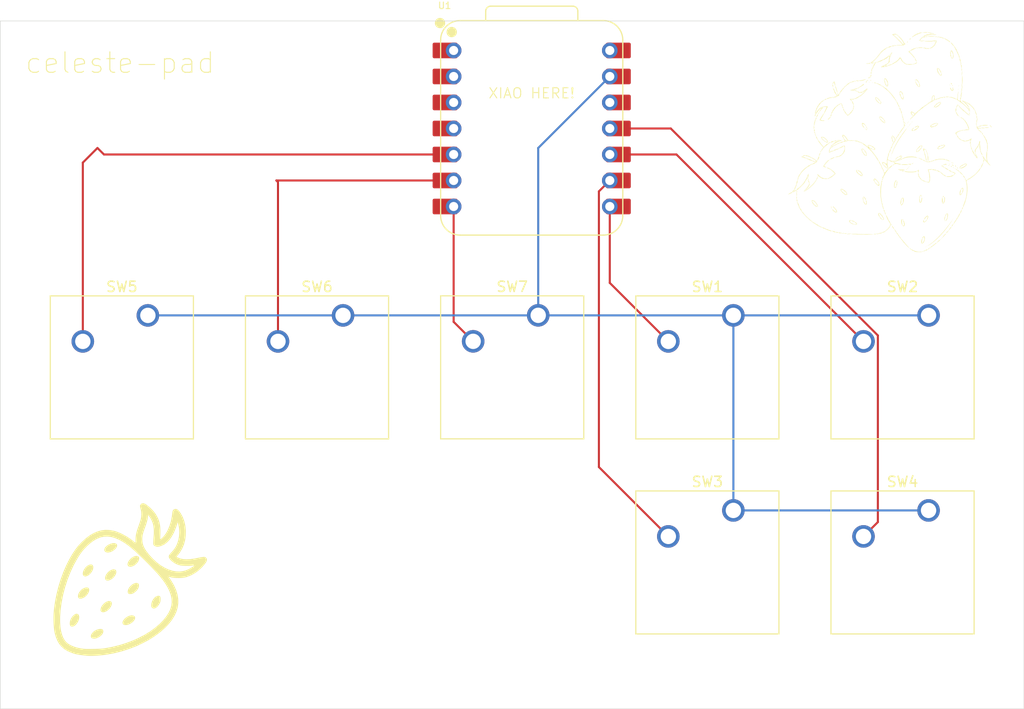
<source format=kicad_pcb>
(kicad_pcb (version 20241229) (generator "pcbnew") (generator_version "9.0")
  (layers (0 "F.Cu" signal) (2 "B.Cu" signal) (13 "F.Paste" user) (15 "B.Paste" user) (5 "F.SilkS" user "F.Silkscreen") (7 "B.SilkS" user "B.Silkscreen") (1 "F.Mask" user) (3 "B.Mask" user) (25 "Edge.Cuts" user))
  (net 0 "")
  (net 1 "GND")
  (net 2 "Net-(U1-GPIO1{slash}RX)")
  (net 3 "Net-(U1-GPIO2{slash}SCK)")
  (net 4 "Net-(U1-GPIO4{slash}MISO)")
  (net 5 "+5V")
  (net 7 "Net-(U1-GPIO3{slash}MOSI)")
  (net 8 "Net-(U1-GPIO6{slash}SDA)")
  (net 9 "Net-(U1-GPIO7{slash}SCL)")
  (net 10 "Net-(U1-GPIO0{slash}TX)")
  (footprint "Button_Switch_Keyboard:SW_Cherry_MX_1.00u_PCB" (layer "F.Cu") (at 135.89 83.02625)
    (property "Reference" "SW1" (at -2.54 -2.794 0) (layer "F.SilkS"))
    (property "Value" "SW_Push")
    (pad "" np_thru_hole circle (at -7.62 5.08) (size 1.7 1.7) (drill 1.7) (layers "*.Cu" "*.Mask"))
    (pad "" np_thru_hole circle (at -2.54 5.08) (size 4 4) (drill 4) (layers "*.Cu" "*.Mask"))
    (pad "" np_thru_hole circle (at 2.54 5.08) (size 1.7 1.7) (drill 1.7) (layers "*.Cu" "*.Mask"))
    (pad "1" thru_hole circle (at 0 0) (size 2.2 2.2) (drill 1.5) (layers "*.Cu" "*.Mask") (net 1 "GND"))
    (pad "2" thru_hole circle (at -6.35 2.54) (size 2.2 2.2) (drill 1.5) (layers "*.Cu" "*.Mask") (net 2 "Net-(U1-GPIO1{slash}RX)"))
  )
  (footprint "Button_Switch_Keyboard:SW_Cherry_MX_1.00u_PCB" (layer "F.Cu") (at 97.79 83.02625)
    (property "Reference" "SW6" (at -2.54 -2.794 0) (layer "F.SilkS"))
    (property "Value" "SW_Push")
    (pad "" np_thru_hole circle (at -7.62 5.08) (size 1.7 1.7) (drill 1.7) (layers "*.Cu" "*.Mask"))
    (pad "" np_thru_hole circle (at -2.54 5.08) (size 4 4) (drill 4) (layers "*.Cu" "*.Mask"))
    (pad "" np_thru_hole circle (at 2.54 5.08) (size 1.7 1.7) (drill 1.7) (layers "*.Cu" "*.Mask"))
    (pad "1" thru_hole circle (at 0 0) (size 2.2 2.2) (drill 1.5) (layers "*.Cu" "*.Mask") (net 1 "GND"))
    (pad "2" thru_hole circle (at -6.35 2.54) (size 2.2 2.2) (drill 1.5) (layers "*.Cu" "*.Mask") (net 9 "Net-(U1-GPIO7{slash}SCL)"))
  )
  (footprint "Button_Switch_Keyboard:SW_Cherry_MX_1.00u_PCB" (layer "F.Cu") (at 154.94 83.02625)
    (property "Reference" "SW2" (at -2.54 -2.794 0) (layer "F.SilkS"))
    (property "Value" "SW_Push")
    (pad "" np_thru_hole circle (at -7.62 5.08) (size 1.7 1.7) (drill 1.7) (layers "*.Cu" "*.Mask"))
    (pad "" np_thru_hole circle (at -2.54 5.08) (size 4 4) (drill 4) (layers "*.Cu" "*.Mask"))
    (pad "" np_thru_hole circle (at 2.54 5.08) (size 1.7 1.7) (drill 1.7) (layers "*.Cu" "*.Mask"))
    (pad "1" thru_hole circle (at 0 0) (size 2.2 2.2) (drill 1.5) (layers "*.Cu" "*.Mask") (net 1 "GND"))
    (pad "2" thru_hole circle (at -6.35 2.54) (size 2.2 2.2) (drill 1.5) (layers "*.Cu" "*.Mask") (net 4 "Net-(U1-GPIO4{slash}MISO)"))
  )
  (footprint "Button_Switch_Keyboard:SW_Cherry_MX_1.00u_PCB" (layer "F.Cu") (at 135.89 102.07625)
    (property "Reference" "SW3" (at -2.54 -2.794 0) (layer "F.SilkS"))
    (property "Value" "SW_Push")
    (pad "" np_thru_hole circle (at -7.62 5.08) (size 1.7 1.7) (drill 1.7) (layers "*.Cu" "*.Mask"))
    (pad "" np_thru_hole circle (at -2.54 5.08) (size 4 4) (drill 4) (layers "*.Cu" "*.Mask"))
    (pad "" np_thru_hole circle (at 2.54 5.08) (size 1.7 1.7) (drill 1.7) (layers "*.Cu" "*.Mask"))
    (pad "1" thru_hole circle (at 0 0) (size 2.2 2.2) (drill 1.5) (layers "*.Cu" "*.Mask") (net 1 "GND"))
    (pad "2" thru_hole circle (at -6.35 2.54) (size 2.2 2.2) (drill 1.5) (layers "*.Cu" "*.Mask") (net 3 "Net-(U1-GPIO2{slash}SCK)"))
  )
  (footprint "LOGO" (layer "F.Cu") (at 151.1 66.1)
    (property "Reference" "G***" (hide yes))
    (property "Value" "LOGO" (hide yes))
  )
  (footprint "Button_Switch_Keyboard:SW_Cherry_MX_1.00u_PCB" (layer "F.Cu") (at 154.94 102.07625)
    (property "Reference" "SW4" (at -2.54 -2.794 0) (layer "F.SilkS"))
    (property "Value" "SW_Push")
    (pad "" np_thru_hole circle (at -7.62 5.08) (size 1.7 1.7) (drill 1.7) (layers "*.Cu" "*.Mask"))
    (pad "" np_thru_hole circle (at -2.54 5.08) (size 4 4) (drill 4) (layers "*.Cu" "*.Mask"))
    (pad "" np_thru_hole circle (at 2.54 5.08) (size 1.7 1.7) (drill 1.7) (layers "*.Cu" "*.Mask"))
    (pad "1" thru_hole circle (at 0 0) (size 2.2 2.2) (drill 1.5) (layers "*.Cu" "*.Mask") (net 1 "GND"))
    (pad "2" thru_hole circle (at -6.35 2.54) (size 2.2 2.2) (drill 1.5) (layers "*.Cu" "*.Mask") (net 7 "Net-(U1-GPIO3{slash}MOSI)"))
  )
  (footprint "Button_Switch_Keyboard:SW_Cherry_MX_1.00u_PCB" (layer "F.Cu") (at 116.84 83.02)
    (property "Reference" "SW7" (at -2.54 -2.794 0) (layer "F.SilkS"))
    (property "Value" "SW_Push")
    (pad "" np_thru_hole circle (at -7.62 5.08) (size 1.7 1.7) (drill 1.7) (layers "*.Cu" "*.Mask"))
    (pad "" np_thru_hole circle (at -2.54 5.08) (size 4 4) (drill 4) (layers "*.Cu" "*.Mask"))
    (pad "" np_thru_hole circle (at 2.54 5.08) (size 1.7 1.7) (drill 1.7) (layers "*.Cu" "*.Mask"))
    (pad "1" thru_hole circle (at 0 0) (size 2.2 2.2) (drill 1.5) (layers "*.Cu" "*.Mask") (net 1 "GND"))
    (pad "2" thru_hole circle (at -6.35 2.54) (size 2.2 2.2) (drill 1.5) (layers "*.Cu" "*.Mask") (net 10 "Net-(U1-GPIO0{slash}TX)"))
  )
  (footprint "LOGO" (layer "F.Cu") (at 77 108.8)
    (property "Reference" "G***" (hide yes))
    (property "Value" "LOGO" (hide yes))
  )
  (footprint "Button_Switch_Keyboard:SW_Cherry_MX_1.00u_PCB" (layer "F.Cu") (at 78.74 83.02625)
    (property "Reference" "SW5" (at -2.54 -2.794 0) (layer "F.SilkS"))
    (property "Value" "SW_Push")
    (pad "" np_thru_hole circle (at -7.62 5.08) (size 1.7 1.7) (drill 1.7) (layers "*.Cu" "*.Mask"))
    (pad "" np_thru_hole circle (at -2.54 5.08) (size 4 4) (drill 4) (layers "*.Cu" "*.Mask"))
    (pad "" np_thru_hole circle (at 2.54 5.08) (size 1.7 1.7) (drill 1.7) (layers "*.Cu" "*.Mask"))
    (pad "1" thru_hole circle (at 0 0) (size 2.2 2.2) (drill 1.5) (layers "*.Cu" "*.Mask") (net 1 "GND"))
    (pad "2" thru_hole circle (at -6.35 2.54) (size 2.2 2.2) (drill 1.5) (layers "*.Cu" "*.Mask") (net 8 "Net-(U1-GPIO6{slash}SDA)"))
  )
  (footprint "Seeed Studio XIAO Series Library:XIAO-RP2040-DIP" (layer "F.Cu") (at 116.205 64.77)
    (property "Reference" "U1" (at -8.5 -12 0) (layer "F.SilkS") (effects (font (size 0.635 0.635) (thickness 0.1016))))
    (property "Value" "XIAO-RP2040-DIP")
    (pad "1" smd roundrect (at -8.455 -7.62 180) (size 2.432 1.524) (layers "F.Cu" "F.Mask") (roundrect_rratio 0.1))
    (pad "1" thru_hole circle (at -7.62 -7.62 180) (size 1.524 1.524) (drill 0.889) (layers "*.Cu" "*.Mask"))
    (pad "2" smd roundrect (at -8.455 -5.08 180) (size 2.432 1.524) (layers "F.Cu" "F.Mask") (roundrect_rratio 0.1))
    (pad "2" thru_hole circle (at -7.62 -5.08 180) (size 1.524 1.524) (drill 0.889) (layers "*.Cu" "*.Mask"))
    (pad "3" smd roundrect (at -8.455 -2.54 180) (size 2.432 1.524) (layers "F.Cu" "F.Mask") (roundrect_rratio 0.1))
    (pad "3" thru_hole circle (at -7.62 -2.54 180) (size 1.524 1.524) (drill 0.889) (layers "*.Cu" "*.Mask"))
    (pad "4" smd roundrect (at -8.455 0 180) (size 2.432 1.524) (layers "F.Cu" "F.Mask") (roundrect_rratio 0.1))
    (pad "4" thru_hole circle (at -7.62 0 180) (size 1.524 1.524) (drill 0.889) (layers "*.Cu" "*.Mask"))
    (pad "5" smd roundrect (at -8.455 2.54 180) (size 2.432 1.524) (layers "F.Cu" "F.Mask") (roundrect_rratio 0.1) (net 8 "Net-(U1-GPIO6{slash}SDA)"))
    (pad "5" thru_hole circle (at -7.62 2.54 180) (size 1.524 1.524) (drill 0.889) (layers "*.Cu" "*.Mask") (net 8 "Net-(U1-GPIO6{slash}SDA)"))
    (pad "6" smd roundrect (at -8.455 5.08 180) (size 2.432 1.524) (layers "F.Cu" "F.Mask") (roundrect_rratio 0.1) (net 9 "Net-(U1-GPIO7{slash}SCL)"))
    (pad "6" thru_hole circle (at -7.62 5.08 180) (size 1.524 1.524) (drill 0.889) (layers "*.Cu" "*.Mask") (net 9 "Net-(U1-GPIO7{slash}SCL)"))
    (pad "7" smd roundrect (at -8.455 7.62 180) (size 2.432 1.524) (layers "F.Cu" "F.Mask") (roundrect_rratio 0.1) (net 10 "Net-(U1-GPIO0{slash}TX)"))
    (pad "7" thru_hole circle (at -7.62 7.62 180) (size 1.524 1.524) (drill 0.889) (layers "*.Cu" "*.Mask") (net 10 "Net-(U1-GPIO0{slash}TX)"))
    (pad "8" thru_hole circle (at 7.62 7.62) (size 1.524 1.524) (drill 0.889) (layers "*.Cu" "*.Mask") (net 2 "Net-(U1-GPIO1{slash}RX)"))
    (pad "8" smd roundrect (at 8.455 7.62) (size 2.432 1.524) (layers "F.Cu" "F.Mask") (roundrect_rratio 0.1) (net 2 "Net-(U1-GPIO1{slash}RX)"))
    (pad "9" thru_hole circle (at 7.62 5.08) (size 1.524 1.524) (drill 0.889) (layers "*.Cu" "*.Mask") (net 3 "Net-(U1-GPIO2{slash}SCK)"))
    (pad "9" smd roundrect (at 8.455 5.08) (size 2.432 1.524) (layers "F.Cu" "F.Mask") (roundrect_rratio 0.1) (net 3 "Net-(U1-GPIO2{slash}SCK)"))
    (pad "10" thru_hole circle (at 7.62 2.54) (size 1.524 1.524) (drill 0.889) (layers "*.Cu" "*.Mask") (net 4 "Net-(U1-GPIO4{slash}MISO)"))
    (pad "10" smd roundrect (at 8.455 2.54) (size 2.432 1.524) (layers "F.Cu" "F.Mask") (roundrect_rratio 0.1) (net 4 "Net-(U1-GPIO4{slash}MISO)"))
    (pad "11" thru_hole circle (at 7.62 0) (size 1.524 1.524) (drill 0.889) (layers "*.Cu" "*.Mask") (net 7 "Net-(U1-GPIO3{slash}MOSI)"))
    (pad "11" smd roundrect (at 8.455 0) (size 2.432 1.524) (layers "F.Cu" "F.Mask") (roundrect_rratio 0.1) (net 7 "Net-(U1-GPIO3{slash}MOSI)"))
    (pad "12" thru_hole circle (at 7.62 -2.54) (size 1.524 1.524) (drill 0.889) (layers "*.Cu" "*.Mask"))
    (pad "12" smd roundrect (at 8.455 -2.54) (size 2.432 1.524) (layers "F.Cu" "F.Mask") (roundrect_rratio 0.1))
    (pad "13" thru_hole circle (at 7.62 -5.08) (size 1.524 1.524) (drill 0.889) (layers "*.Cu" "*.Mask") (net 1 "GND"))
    (pad "13" smd roundrect (at 8.455 -5.08) (size 2.432 1.524) (layers "F.Cu" "F.Mask") (roundrect_rratio 0.1) (net 1 "GND"))
    (pad "14" thru_hole circle (at 7.62 -7.62) (size 1.524 1.524) (drill 0.889) (layers "*.Cu" "*.Mask") (net 5 "+5V"))
    (pad "14" smd roundrect (at 8.455 -7.62) (size 2.432 1.524) (layers "F.Cu" "F.Mask") (roundrect_rratio 0.1) (net 5 "+5V"))
  )
  (gr_rect (start 64.33125 54.26875) (end 164.25 121.44375) (stroke (width 0.05)) (fill no) (layer "Edge.Cuts"))
  (gr_text "celeste-pad" (at 66.675 59.53125 0) (layer "F.SilkS") (effects (font (size 2 2) (thickness 0.1)) (justify left bottom)))
  (gr_text "XIAO HERE!" (at 111.91875 61.9125 0) (layer "F.SilkS") (effects (font (size 1 1) (thickness 0.1)) (justify left bottom)))
  (segment (start 116.84 66.675) (end 123.825 59.69) (width 0.2) (layer "B.Cu") (net 1))
  (segment (start 78.74 83.02625) (end 154.94 83.02625) (width 0.2) (layer "B.Cu") (net 1))
  (segment (start 116.84 83.02) (end 116.84 66.675) (width 0.2) (layer "B.Cu") (net 1))
  (segment (start 135.89 83.02625) (end 135.89 102.07625) (width 0.2) (layer "B.Cu") (net 1))
  (segment (start 154.94 102.07625) (end 135.89 102.07625) (width 0.2) (layer "B.Cu") (net 1))
  (segment (start 123.825 79.85125) (end 123.825 72.39) (width 0.2) (layer "F.Cu") (net 2))
  (segment (start 129.54 85.56625) (end 123.825 79.85125) (width 0.2) (layer "F.Cu") (net 2))
  (segment (start 122.762 70.913) (end 123.825 69.85) (width 0.2) (layer "F.Cu") (net 3))
  (segment (start 122.762 97.83825) (end 122.762 70.913) (width 0.2) (layer "F.Cu") (net 3))
  (segment (start 129.54 104.61625) (end 122.762 97.83825) (width 0.2) (layer "F.Cu") (net 3))
  (segment (start 130.33375 67.31) (end 123.825 67.31) (width 0.2) (layer "F.Cu") (net 4))
  (segment (start 148.59 85.56625) (end 130.33375 67.31) (width 0.2) (layer "F.Cu") (net 4))
  (segment (start 149.991 84.985936) (end 129.775064 64.77) (width 0.2) (layer "F.Cu") (net 7))
  (segment (start 148.59 104.61625) (end 149.991 103.21525) (width 0.2) (layer "F.Cu") (net 7))
  (segment (start 129.775064 64.77) (end 123.825 64.77) (width 0.2) (layer "F.Cu") (net 7))
  (segment (start 149.991 103.21525) (end 149.991 84.985936) (width 0.2) (layer "F.Cu") (net 7))
  (segment (start 72.39 68.10375) (end 73.81875 66.675) (width 0.2) (layer "F.Cu") (net 8))
  (segment (start 74.45375 67.31) (end 108.585 67.31) (width 0.2) (layer "F.Cu") (net 8))
  (segment (start 73.81875 66.675) (end 74.45375 67.31) (width 0.2) (layer "F.Cu") (net 8))
  (segment (start 72.39 85.56625) (end 72.03375 85.56625) (width 0.2) (layer "F.Cu") (net 8))
  (segment (start 72.39 85.56625) (end 72.39 68.10375) (width 0.2) (layer "F.Cu") (net 8))
  (segment (start 72.03375 85.56625) (end 72 85.6) (width 0.2) (layer "F.Cu") (net 8))
  (segment (start 91.28125 69.85) (end 108.585 69.85) (width 0.2) (layer "F.Cu") (net 9))
  (segment (start 91.44 85.56625) (end 91.44 70.00875) (width 0.2) (layer "F.Cu") (net 9))
  (segment (start 91.44 70.00875) (end 91.28125 69.85) (width 0.2) (layer "F.Cu") (net 9))
  (segment (start 110.49 85.56) (end 108.585 83.655) (width 0.2) (layer "F.Cu") (net 10))
  (segment (start 108.585 83.655) (end 108.585 72.39) (width 0.2) (layer "F.Cu") (net 10))
)
</source>
